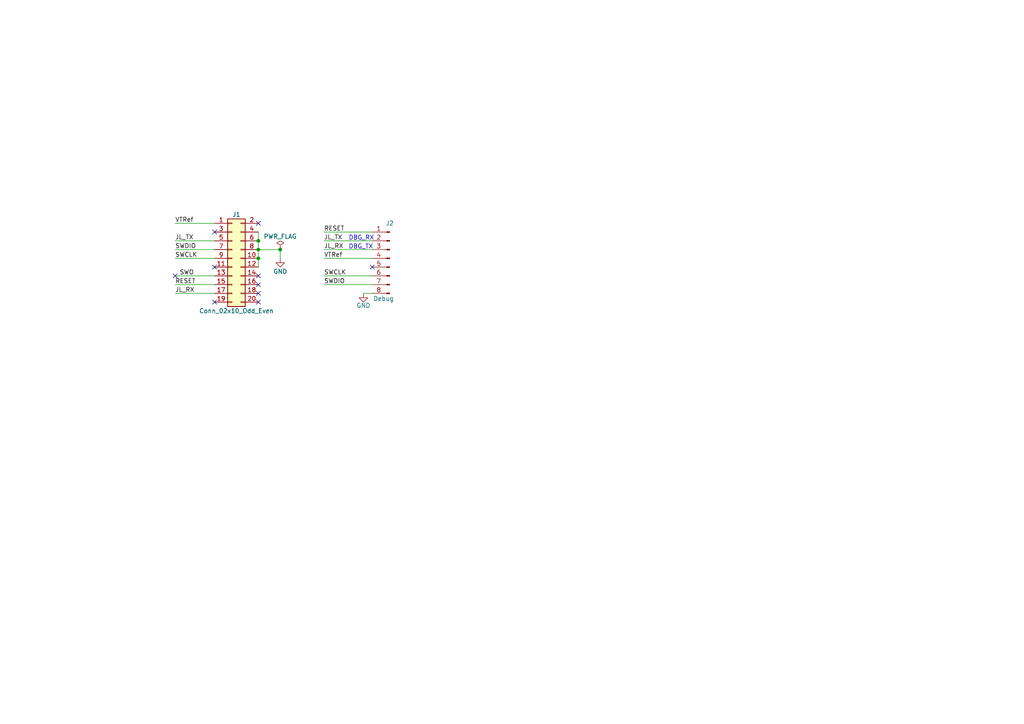
<source format=kicad_sch>
(kicad_sch (version 20250114) (generator "eeschema") (generator_version "9.0")
  (paper "A4")
  (lib_symbols
    (symbol "Connector:Conn_01x08_Pin" (pin_names (offset 1.016) (hide yes))
      (property "Reference" "J" (at 0 10.16 0))
      (property "Value" "Conn_01x08_Pin" (at 0 -12.7 0))
      (symbol "Conn_01x08_Pin_1_1"
        (rectangle (start 0.8636 7.747) (end 0 7.493) (stroke (width 0.1524)) (fill (type outline)))
        (rectangle (start 0.8636 5.207) (end 0 4.953) (stroke (width 0.1524)) (fill (type outline)))
        (rectangle (start 0.8636 2.667) (end 0 2.413) (stroke (width 0.1524)) (fill (type outline)))
        (rectangle (start 0.8636 0.127) (end 0 -0.127) (stroke (width 0.1524)) (fill (type outline)))
        (rectangle (start 0.8636 -2.413) (end 0 -2.667) (stroke (width 0.1524)) (fill (type outline)))
        (rectangle (start 0.8636 -4.953) (end 0 -5.207) (stroke (width 0.1524)) (fill (type outline)))
        (rectangle (start 0.8636 -7.493) (end 0 -7.747) (stroke (width 0.1524)) (fill (type outline)))
        (rectangle (start 0.8636 -10.033) (end 0 -10.287) (stroke (width 0.1524)) (fill (type outline)))
        (polyline (pts (xy 1.27 7.62) (xy 0.8636 7.62)) (stroke (width 0.1524)))
        (polyline (pts (xy 1.27 5.08) (xy 0.8636 5.08)) (stroke (width 0.1524)))
        (polyline (pts (xy 1.27 2.54) (xy 0.8636 2.54)) (stroke (width 0.1524)))
        (polyline (pts (xy 1.27 0) (xy 0.8636 0)) (stroke (width 0.1524)))
        (polyline (pts (xy 1.27 -2.54) (xy 0.8636 -2.54)) (stroke (width 0.1524)))
        (polyline (pts (xy 1.27 -5.08) (xy 0.8636 -5.08)) (stroke (width 0.1524)))
        (polyline (pts (xy 1.27 -7.62) (xy 0.8636 -7.62)) (stroke (width 0.1524)))
        (polyline (pts (xy 1.27 -10.16) (xy 0.8636 -10.16)) (stroke (width 0.1524)))
        (pin passive line (at 5.08 7.62 180) (length 3.81) (name "Pin_1") (number "1"))
        (pin passive line (at 5.08 5.08 180) (length 3.81) (name "Pin_2") (number "2"))
        (pin passive line (at 5.08 2.54 180) (length 3.81) (name "Pin_3") (number "3"))
        (pin passive line (at 5.08 0 180) (length 3.81) (name "Pin_4") (number "4"))
        (pin passive line (at 5.08 -2.54 180) (length 3.81) (name "Pin_5") (number "5"))
        (pin passive line (at 5.08 -5.08 180) (length 3.81) (name "Pin_6") (number "6"))
        (pin passive line (at 5.08 -7.62 180) (length 3.81) (name "Pin_7") (number "7"))
        (pin passive line (at 5.08 -10.16 180) (length 3.81) (name "Pin_8") (number "8"))
      )
    )
    (symbol "Connector_Generic:Conn_02x10_Odd_Even" (pin_names (offset 1.016) (hide yes))
      (property "Reference" "J" (at 1.27 12.7 0))
      (property "Value" "Conn_02x10_Odd_Even" (at 1.27 -15.24 0))
      (symbol "Conn_02x10_Odd_Even_1_1"
        (rectangle (start -1.27 11.43) (end 3.81 -13.97) (stroke (width 0.254)) (fill (type background)))
        (rectangle (start -1.27 10.287) (end 0 10.033) (stroke (width 0.1524)))
        (rectangle (start -1.27 7.747) (end 0 7.493) (stroke (width 0.1524)))
        (rectangle (start -1.27 5.207) (end 0 4.953) (stroke (width 0.1524)))
        (rectangle (start -1.27 2.667) (end 0 2.413) (stroke (width 0.1524)))
        (rectangle (start -1.27 0.127) (end 0 -0.127) (stroke (width 0.1524)))
        (rectangle (start -1.27 -2.413) (end 0 -2.667) (stroke (width 0.1524)))
        (rectangle (start -1.27 -4.953) (end 0 -5.207) (stroke (width 0.1524)))
        (rectangle (start -1.27 -7.493) (end 0 -7.747) (stroke (width 0.1524)))
        (rectangle (start -1.27 -10.033) (end 0 -10.287) (stroke (width 0.1524)))
        (rectangle (start -1.27 -12.573) (end 0 -12.827) (stroke (width 0.1524)))
        (rectangle (start 3.81 10.287) (end 2.54 10.033) (stroke (width 0.1524)))
        (rectangle (start 3.81 7.747) (end 2.54 7.493) (stroke (width 0.1524)))
        (rectangle (start 3.81 5.207) (end 2.54 4.953) (stroke (width 0.1524)))
        (rectangle (start 3.81 2.667) (end 2.54 2.413) (stroke (width 0.1524)))
        (rectangle (start 3.81 0.127) (end 2.54 -0.127) (stroke (width 0.1524)))
        (rectangle (start 3.81 -2.413) (end 2.54 -2.667) (stroke (width 0.1524)))
        (rectangle (start 3.81 -4.953) (end 2.54 -5.207) (stroke (width 0.1524)))
        (rectangle (start 3.81 -7.493) (end 2.54 -7.747) (stroke (width 0.1524)))
        (rectangle (start 3.81 -10.033) (end 2.54 -10.287) (stroke (width 0.1524)))
        (rectangle (start 3.81 -12.573) (end 2.54 -12.827) (stroke (width 0.1524)))
        (pin passive line (at -5.08 10.16 0) (length 3.81) (name "Pin_1") (number "1"))
        (pin passive line (at -5.08 7.62 0) (length 3.81) (name "Pin_3") (number "3"))
        (pin passive line (at -5.08 5.08 0) (length 3.81) (name "Pin_5") (number "5"))
        (pin passive line (at -5.08 2.54 0) (length 3.81) (name "Pin_7") (number "7"))
        (pin passive line (at -5.08 0 0) (length 3.81) (name "Pin_9") (number "9"))
        (pin passive line (at -5.08 -2.54 0) (length 3.81) (name "Pin_11") (number "11"))
        (pin passive line (at -5.08 -5.08 0) (length 3.81) (name "Pin_13") (number "13"))
        (pin passive line (at -5.08 -7.62 0) (length 3.81) (name "Pin_15") (number "15"))
        (pin passive line (at -5.08 -10.16 0) (length 3.81) (name "Pin_17") (number "17"))
        (pin passive line (at -5.08 -12.7 0) (length 3.81) (name "Pin_19") (number "19"))
        (pin passive line (at 7.62 10.16 180) (length 3.81) (name "Pin_2") (number "2"))
        (pin passive line (at 7.62 7.62 180) (length 3.81) (name "Pin_4") (number "4"))
        (pin passive line (at 7.62 5.08 180) (length 3.81) (name "Pin_6") (number "6"))
        (pin passive line (at 7.62 2.54 180) (length 3.81) (name "Pin_8") (number "8"))
        (pin passive line (at 7.62 0 180) (length 3.81) (name "Pin_10") (number "10"))
        (pin passive line (at 7.62 -2.54 180) (length 3.81) (name "Pin_12") (number "12"))
        (pin passive line (at 7.62 -5.08 180) (length 3.81) (name "Pin_14") (number "14"))
        (pin passive line (at 7.62 -7.62 180) (length 3.81) (name "Pin_16") (number "16"))
        (pin passive line (at 7.62 -10.16 180) (length 3.81) (name "Pin_18") (number "18"))
        (pin passive line (at 7.62 -12.7 180) (length 3.81) (name "Pin_20") (number "20"))
      )
    )
    (symbol "power:GND" (power) (pin_numbers (hide yes)) (pin_names (offset 0) (hide yes))
      (property "Value" "GND" (at 0 -3.81 0))
      (symbol "GND_0_1"
        (polyline (pts (xy 0 0) (xy 0 -1.27) (xy 1.27 -1.27) (xy 0 -2.54) (xy -1.27 -1.27) (xy 0 -1.27)))
      )
      (symbol "GND_1_1"
        (pin power_in line (at 0 0 270) (length 0) (name "~") (number "1"))
      )
    )
    (symbol "power:PWR_FLAG" (power) (pin_numbers (hide yes)) (pin_names (offset 0) (hide yes))
      (property "Value" "PWR_FLAG" (at 0 3.81 0))
      (symbol "PWR_FLAG_0_0"
        (pin power_out line (at 0 0 90) (length 0) (name "~") (number "1"))
      )
      (symbol "PWR_FLAG_0_1"
        (polyline (pts (xy 0 0) (xy 0 1.27) (xy -1.016 1.905) (xy 0 2.54) (xy 1.016 1.905) (xy 0 1.27)))
      )
    )
  )
  (text "DBG_RX" (at 101.092 69.85 0) (effects (font (size 1.27 1.27)) (justify left bottom)))
  (text "DBG_TX" (at 101.092 72.39 0) (effects (font (size 1.27 1.27)) (justify left bottom)))
  (junction (at 74.93 74.93))
  (junction (at 74.93 69.85))
  (junction (at 81.28 72.39))
  (junction (at 74.93 72.39))
  (no_connect (at 62.23 67.31))
  (no_connect (at 74.93 64.77))
  (no_connect (at 107.95 77.47))
  (no_connect (at 74.93 80.01))
  (no_connect (at 62.23 77.47))
  (no_connect (at 74.93 87.63))
  (no_connect (at 74.93 85.09))
  (no_connect (at 74.93 82.55))
  (no_connect (at 62.23 87.63))
  (no_connect (at 50.8 80.01))
  (wire (pts (xy 93.98 69.85) (xy 107.95 69.85)))
  (wire (pts (xy 93.98 82.55) (xy 107.95 82.55)))
  (wire (pts (xy 50.8 64.77) (xy 62.23 64.77)))
  (wire (pts (xy 93.98 74.93) (xy 107.95 74.93)))
  (wire (pts (xy 93.98 67.31) (xy 107.95 67.31)))
  (wire (pts (xy 105.41 85.09) (xy 107.95 85.09)))
  (wire (pts (xy 50.8 85.09) (xy 62.23 85.09)))
  (wire (pts (xy 74.93 72.39) (xy 74.93 74.93)))
  (wire (pts (xy 50.8 69.85) (xy 62.23 69.85)))
  (wire (pts (xy 50.8 82.55) (xy 62.23 82.55)))
  (wire (pts (xy 81.28 72.39) (xy 81.28 74.93)))
  (wire (pts (xy 50.8 80.01) (xy 62.23 80.01)))
  (wire (pts (xy 74.93 72.39) (xy 81.28 72.39)))
  (wire (pts (xy 50.8 72.39) (xy 62.23 72.39)))
  (wire (pts (xy 74.93 74.93) (xy 74.93 77.47)))
  (wire (pts (xy 93.98 72.39) (xy 107.95 72.39)))
  (wire (pts (xy 93.98 80.01) (xy 107.95 80.01)))
  (wire (pts (xy 74.93 67.31) (xy 74.93 69.85)))
  (wire (pts (xy 74.93 69.85) (xy 74.93 72.39)))
  (wire (pts (xy 50.8 74.93) (xy 62.23 74.93)))
  (label "RESET" (at 50.8 82.55 0))
  (label "JL_TX" (at 50.8 69.85 0))
  (label "RESET" (at 93.98 67.31 0))
  (label "SWDIO" (at 50.8 72.39 0))
  (label "SWO" (at 52.07 80.01 0))
  (label "JL_RX" (at 93.98 72.39 0))
  (label "JL_RX" (at 50.8 85.09 0))
  (label "VTRef" (at 93.98 74.93 0))
  (label "VTRef" (at 50.8 64.77 0))
  (label "SWCLK" (at 50.8 74.93 0))
  (label "JL_TX" (at 93.98 69.85 0))
  (label "SWCLK" (at 93.98 80.01 0))
  (label "SWDIO" (at 93.98 82.55 0))
  (symbol (lib_id "power:PWR_FLAG") (at 81.28 72.39 0) (unit 1)
    (property "Reference" "#FLG01" (effects (hide yes)))
    (property "Value" "PWR_FLAG" (at 81.28 68.58 0))
    (property "Description" "Special symbol for telling ERC where power comes from" (effects (hide yes)))
  )
  (symbol (lib_id "power:GND") (at 81.28 74.93 0) (unit 1)
    (property "Reference" "#PWR01" (effects (hide yes)))
    (property "Value" "GND" (at 81.28 78.74 0))
    (property "Description" "Power symbol creates a global label with name \"GND\" , ground" (effects (hide yes)))
  )
  (symbol (lib_id "Connector:Conn_01x08_Pin") (at 113.03 74.93 0) (mirror y) (unit 1) (in_bom no)
    (property "Reference" "J2" (at 113.03 64.77 0))
    (property "Value" "Debug" (at 111.252 86.614 0))
    (property "Footprint" "Parts:PinHeader_1x08_P2.54mm_Vertical" (effects (hide yes)))
    (property "Description" "Generic connector, single row, 01x08, script generated" (effects (hide yes)))
  )
  (symbol (lib_id "Connector_Generic:Conn_02x10_Odd_Even") (at 67.31 74.93 0) (unit 1) (in_bom no)
    (property "Reference" "J1" (at 68.58 62.23 0))
    (property "Value" "Conn_02x10_Odd_Even" (at 68.58 90.17 0))
    (property "Footprint" "Parts:PinSocket_2x10_P2.54mm_Horizontal" (effects (hide yes)))
    (property "Description" "Generic connector, double row, 02x10, odd/even pin numbering scheme (row 1 odd numbers, row 2 even numbers), script generated (kicad-library-utils/schlib/autogen/connector/)" (effects (hide yes)))
  )
  (symbol (lib_id "power:GND") (at 105.41 85.09 0) (unit 1)
    (property "Reference" "#PWR066" (effects (hide yes)))
    (property "Value" "GND" (at 105.41 87.884 0) (effects (justify top)))
    (property "Description" "Power symbol creates a global label with name \"GND\" , ground" (effects (hide yes)))
  )
)
</source>
